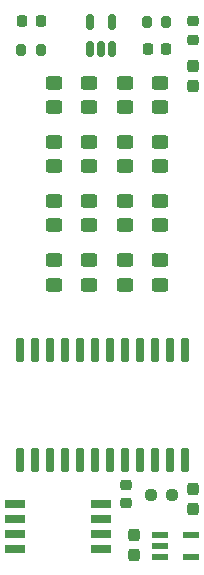
<source format=gbr>
G04 #@! TF.GenerationSoftware,KiCad,Pcbnew,8.0.1*
G04 #@! TF.CreationDate,2025-02-25T21:27:59-07:00*
G04 #@! TF.ProjectId,LEDDisplay,4c454444-6973-4706-9c61-792e6b696361,rev?*
G04 #@! TF.SameCoordinates,Original*
G04 #@! TF.FileFunction,Paste,Top*
G04 #@! TF.FilePolarity,Positive*
%FSLAX46Y46*%
G04 Gerber Fmt 4.6, Leading zero omitted, Abs format (unit mm)*
G04 Created by KiCad (PCBNEW 8.0.1) date 2025-02-25 21:27:59*
%MOMM*%
%LPD*%
G01*
G04 APERTURE LIST*
G04 Aperture macros list*
%AMRoundRect*
0 Rectangle with rounded corners*
0 $1 Rounding radius*
0 $2 $3 $4 $5 $6 $7 $8 $9 X,Y pos of 4 corners*
0 Add a 4 corners polygon primitive as box body*
4,1,4,$2,$3,$4,$5,$6,$7,$8,$9,$2,$3,0*
0 Add four circle primitives for the rounded corners*
1,1,$1+$1,$2,$3*
1,1,$1+$1,$4,$5*
1,1,$1+$1,$6,$7*
1,1,$1+$1,$8,$9*
0 Add four rect primitives between the rounded corners*
20,1,$1+$1,$2,$3,$4,$5,0*
20,1,$1+$1,$4,$5,$6,$7,0*
20,1,$1+$1,$6,$7,$8,$9,0*
20,1,$1+$1,$8,$9,$2,$3,0*%
G04 Aperture macros list end*
%ADD10RoundRect,0.237500X-0.250000X-0.237500X0.250000X-0.237500X0.250000X0.237500X-0.250000X0.237500X0*%
%ADD11RoundRect,0.237500X0.237500X-0.300000X0.237500X0.300000X-0.237500X0.300000X-0.237500X-0.300000X0*%
%ADD12RoundRect,0.150000X0.150000X-0.512500X0.150000X0.512500X-0.150000X0.512500X-0.150000X-0.512500X0*%
%ADD13RoundRect,0.250000X-0.450000X0.325000X-0.450000X-0.325000X0.450000X-0.325000X0.450000X0.325000X0*%
%ADD14RoundRect,0.200000X-0.200000X-0.275000X0.200000X-0.275000X0.200000X0.275000X-0.200000X0.275000X0*%
%ADD15RoundRect,0.225000X0.225000X0.250000X-0.225000X0.250000X-0.225000X-0.250000X0.225000X-0.250000X0*%
%ADD16R,1.320800X0.508000*%
%ADD17RoundRect,0.237500X-0.237500X0.300000X-0.237500X-0.300000X0.237500X-0.300000X0.237500X0.300000X0*%
%ADD18RoundRect,0.075000X-0.225000X0.950000X-0.225000X-0.950000X0.225000X-0.950000X0.225000X0.950000X0*%
%ADD19RoundRect,0.225000X0.250000X-0.225000X0.250000X0.225000X-0.250000X0.225000X-0.250000X-0.225000X0*%
%ADD20RoundRect,0.200000X0.200000X0.275000X-0.200000X0.275000X-0.200000X-0.275000X0.200000X-0.275000X0*%
%ADD21R,1.700000X0.650000*%
G04 APERTURE END LIST*
D10*
X208200000Y-103830000D03*
X210025000Y-103830000D03*
D11*
X211810000Y-105060000D03*
X211810000Y-103335000D03*
D12*
X203030000Y-66050000D03*
X203980000Y-66050000D03*
X204930000Y-66050000D03*
X204930000Y-63775000D03*
X203030000Y-63775000D03*
D13*
X209000000Y-73975000D03*
X209000000Y-76025000D03*
D14*
X207890000Y-63780000D03*
X209540000Y-63780000D03*
D13*
X203000000Y-83975000D03*
X203000000Y-86025000D03*
X206000000Y-73975000D03*
X206000000Y-76025000D03*
X200000000Y-73975000D03*
X200000000Y-76025000D03*
X203000000Y-68975000D03*
X203000000Y-71025000D03*
D15*
X209490000Y-66050000D03*
X207940000Y-66050000D03*
D13*
X206020000Y-68975000D03*
X206020000Y-71025000D03*
D16*
X208990000Y-107200000D03*
X208990000Y-108150001D03*
X208990000Y-109100002D03*
X211580800Y-109100002D03*
X211580800Y-107200000D03*
D17*
X206770000Y-107195000D03*
X206770000Y-108920000D03*
D13*
X206000000Y-78975000D03*
X206000000Y-81025000D03*
D18*
X211150000Y-91530000D03*
X209880000Y-91530000D03*
X208610000Y-91530000D03*
X207340000Y-91530000D03*
X206070000Y-91530000D03*
X204800000Y-91530000D03*
X203530000Y-91530000D03*
X202260000Y-91530000D03*
X200990000Y-91530000D03*
X199720000Y-91530000D03*
X198450000Y-91530000D03*
X197180000Y-91530000D03*
X197180000Y-100840000D03*
X198450000Y-100840000D03*
X199720000Y-100840000D03*
X200990000Y-100840000D03*
X202260000Y-100840000D03*
X203530000Y-100840000D03*
X204800000Y-100840000D03*
X206070000Y-100840000D03*
X207340000Y-100840000D03*
X208610000Y-100840000D03*
X209880000Y-100840000D03*
X211150000Y-100840000D03*
D13*
X200000000Y-83975000D03*
X200000000Y-86025000D03*
X200000000Y-78975000D03*
X200000000Y-81025000D03*
X209000000Y-83975000D03*
X209000000Y-86025000D03*
D19*
X206090000Y-104550000D03*
X206090000Y-103000000D03*
D13*
X209000000Y-68975000D03*
X209000000Y-71025000D03*
D15*
X198900000Y-63700000D03*
X197350000Y-63700000D03*
D13*
X203000000Y-78975000D03*
X203000000Y-81025000D03*
D20*
X198880000Y-66200000D03*
X197230000Y-66200000D03*
D11*
X211820000Y-69225000D03*
X211820000Y-67500000D03*
D21*
X196710000Y-104580000D03*
X196710000Y-105850000D03*
X196710000Y-107120000D03*
X196710000Y-108390000D03*
X204010000Y-108390000D03*
X204010000Y-107120000D03*
X204010000Y-105850000D03*
X204010000Y-104580000D03*
D13*
X206000000Y-83975000D03*
X206000000Y-86025000D03*
X203000000Y-73975000D03*
X203000000Y-76025000D03*
D19*
X211810000Y-65280000D03*
X211810000Y-63730000D03*
D13*
X200000000Y-68975000D03*
X200000000Y-71025000D03*
X209000000Y-78975000D03*
X209000000Y-81025000D03*
M02*

</source>
